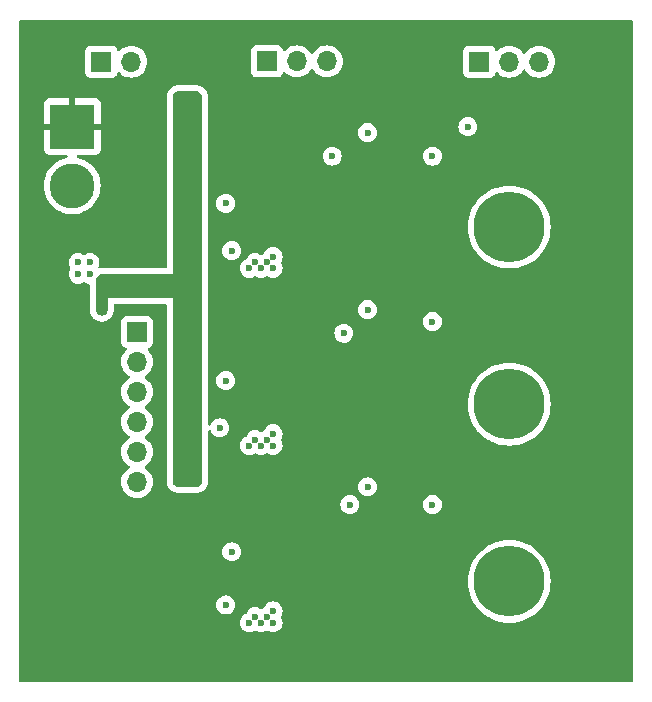
<source format=gbr>
%TF.GenerationSoftware,KiCad,Pcbnew,8.0.2*%
%TF.CreationDate,2024-06-01T20:14:58-04:00*%
%TF.ProjectId,small_compliant_drive,736d616c-6c5f-4636-9f6d-706c69616e74,rev?*%
%TF.SameCoordinates,Original*%
%TF.FileFunction,Copper,L3,Inr*%
%TF.FilePolarity,Positive*%
%FSLAX46Y46*%
G04 Gerber Fmt 4.6, Leading zero omitted, Abs format (unit mm)*
G04 Created by KiCad (PCBNEW 8.0.2) date 2024-06-01 20:14:58*
%MOMM*%
%LPD*%
G01*
G04 APERTURE LIST*
%TA.AperFunction,ComponentPad*%
%ADD10R,3.800000X3.800000*%
%TD*%
%TA.AperFunction,ComponentPad*%
%ADD11C,3.800000*%
%TD*%
%TA.AperFunction,ComponentPad*%
%ADD12C,6.000000*%
%TD*%
%TA.AperFunction,ComponentPad*%
%ADD13O,1.700000X1.700000*%
%TD*%
%TA.AperFunction,ComponentPad*%
%ADD14R,1.700000X1.700000*%
%TD*%
%TA.AperFunction,ViaPad*%
%ADD15C,0.600000*%
%TD*%
G04 APERTURE END LIST*
D10*
%TO.N,Vbat*%
%TO.C,J4-Vbat*%
X155000000Y-46500000D03*
D11*
%TO.N,Common*%
X155000000Y-51500000D03*
%TD*%
D12*
%TO.N,VsensC*%
%TO.C,H3*%
X192000000Y-85000000D03*
%TD*%
%TO.N,VsensB*%
%TO.C,H2*%
X192000000Y-70000000D03*
%TD*%
%TO.N,VsensA*%
%TO.C,H1*%
X192000000Y-55000000D03*
%TD*%
D13*
%TO.N,Ic*%
%TO.C,J1*%
X176555000Y-40975000D03*
%TO.N,Ib*%
X174015000Y-40975000D03*
D14*
%TO.N,Ia*%
X171475000Y-40975000D03*
%TD*%
D13*
%TO.N,PHASE_C_LOW*%
%TO.C,J2*%
X160500000Y-76580000D03*
%TO.N,PHASE_C_HIGH*%
X160500000Y-74040000D03*
%TO.N,PHASE_B_LOW*%
X160500000Y-71500000D03*
%TO.N,PHASE_B_HIGH*%
X160500000Y-68960000D03*
%TO.N,PHASE_A_LOW*%
X160500000Y-66420000D03*
D14*
%TO.N,PHASE_A_HIGH*%
X160500000Y-63880000D03*
%TD*%
%TO.N,VsensA*%
%TO.C,J3*%
X189460000Y-41000000D03*
D13*
%TO.N,VsensB*%
X192000000Y-41000000D03*
%TO.N,VsensC*%
X194540000Y-41000000D03*
%TD*%
D14*
%TO.N,Common*%
%TO.C,J5*%
X157460000Y-41000000D03*
D13*
X160000000Y-41000000D03*
%TD*%
D15*
%TO.N,3.3V*%
X165000000Y-75500000D03*
X158500000Y-60500000D03*
X158500000Y-59500000D03*
X165000000Y-45000000D03*
X165000000Y-61000000D03*
%TO.N,Vbat*%
X158000000Y-56000000D03*
X155500000Y-56000000D03*
X153500000Y-56000000D03*
%TO.N,Common*%
X156500000Y-59000000D03*
X155500000Y-59000000D03*
X155500000Y-58000000D03*
X156500000Y-58000000D03*
%TO.N,Vref*%
X185500000Y-63000000D03*
X185500000Y-78500000D03*
X185500000Y-49000000D03*
%TO.N,Common*%
X188500000Y-46500000D03*
%TO.N,Vbat*%
X153500000Y-60000000D03*
%TO.N,PHASE_C_LOW*%
X168000000Y-87000000D03*
%TO.N,PHASE_C_HIGH*%
X168500000Y-82500000D03*
%TO.N,PHASE_B_LOW*%
X167500000Y-72000000D03*
%TO.N,PHASE_B_HIGH*%
X168000000Y-68000000D03*
%TO.N,Common*%
X171000000Y-88500000D03*
X170000000Y-88500000D03*
X171500000Y-88000000D03*
X170500000Y-88000000D03*
X172000000Y-87500000D03*
X172000000Y-88500000D03*
%TO.N,Vbat*%
X170000000Y-81500000D03*
X171000000Y-81500000D03*
X171500000Y-82000000D03*
X170500000Y-82000000D03*
X172000000Y-81500000D03*
X172000000Y-82500000D03*
%TO.N,Common*%
X172000000Y-72500000D03*
X172000000Y-73500000D03*
X171000000Y-73500000D03*
X170000000Y-73500000D03*
X170500000Y-73000000D03*
X171500000Y-73000000D03*
%TO.N,Vbat*%
X172000000Y-67500000D03*
X170500000Y-67000000D03*
X171500000Y-67000000D03*
X172000000Y-66500000D03*
X171000000Y-66500000D03*
X170000000Y-66500000D03*
%TO.N,Common*%
X170500000Y-58000000D03*
X171500000Y-58000000D03*
%TO.N,Vbat*%
X172000000Y-52500000D03*
X171500000Y-52000000D03*
X170500000Y-52000000D03*
%TO.N,Common*%
X172000000Y-57500000D03*
X172000000Y-58500000D03*
X171000000Y-58500000D03*
X170000000Y-58500000D03*
%TO.N,PHASE_A_LOW*%
X168500000Y-57000000D03*
%TO.N,Vbat*%
X170000000Y-51500000D03*
%TO.N,PHASE_A_HIGH*%
X168000000Y-53000000D03*
%TO.N,Vbat*%
X172000000Y-51500000D03*
X171000000Y-51500000D03*
%TO.N,Common*%
X180000000Y-77000000D03*
X180000000Y-62000000D03*
X180000000Y-47000000D03*
%TO.N,Ic*%
X178500000Y-78500000D03*
%TO.N,Ia*%
X177000000Y-49000000D03*
%TO.N,Ib*%
X178000000Y-64000000D03*
%TD*%
%TA.AperFunction,Conductor*%
%TO.N,3.3V*%
G36*
X165503182Y-43500418D02*
G01*
X165623017Y-43516195D01*
X165635368Y-43519505D01*
X165744040Y-43564518D01*
X165755116Y-43570913D01*
X165848435Y-43642520D01*
X165857479Y-43651564D01*
X165929086Y-43744883D01*
X165935482Y-43755961D01*
X165980493Y-43864627D01*
X165983804Y-43876983D01*
X165999581Y-43996817D01*
X166000000Y-44003213D01*
X166000000Y-76496786D01*
X165999581Y-76503182D01*
X165983804Y-76623016D01*
X165980493Y-76635372D01*
X165935482Y-76744038D01*
X165929086Y-76755116D01*
X165857479Y-76848435D01*
X165848435Y-76857479D01*
X165755116Y-76929086D01*
X165744038Y-76935482D01*
X165635372Y-76980493D01*
X165623016Y-76983804D01*
X165503183Y-76999581D01*
X165496787Y-77000000D01*
X164003213Y-77000000D01*
X163996817Y-76999581D01*
X163876983Y-76983804D01*
X163864627Y-76980493D01*
X163755961Y-76935482D01*
X163744883Y-76929086D01*
X163651564Y-76857479D01*
X163642520Y-76848435D01*
X163570913Y-76755116D01*
X163564517Y-76744038D01*
X163519505Y-76635368D01*
X163516195Y-76623016D01*
X163500419Y-76503182D01*
X163500000Y-76496786D01*
X163500000Y-61500003D01*
X163500000Y-61500000D01*
X163500000Y-61000000D01*
X163000000Y-61000000D01*
X162999997Y-61000000D01*
X158500003Y-61000000D01*
X158500000Y-61000000D01*
X158000000Y-61000000D01*
X158000000Y-61500000D01*
X158000000Y-61500003D01*
X158000000Y-61996786D01*
X157999581Y-62003182D01*
X157983804Y-62123016D01*
X157980493Y-62135372D01*
X157935482Y-62244038D01*
X157929086Y-62255116D01*
X157857479Y-62348435D01*
X157848435Y-62357479D01*
X157755116Y-62429086D01*
X157744038Y-62435482D01*
X157635372Y-62480493D01*
X157623016Y-62483804D01*
X157506396Y-62499157D01*
X157493604Y-62499157D01*
X157376983Y-62483804D01*
X157364627Y-62480493D01*
X157255961Y-62435482D01*
X157244883Y-62429086D01*
X157151564Y-62357479D01*
X157142520Y-62348435D01*
X157070913Y-62255116D01*
X157064517Y-62244038D01*
X157019505Y-62135368D01*
X157016195Y-62123016D01*
X157000419Y-62003182D01*
X157000000Y-61996786D01*
X157000000Y-59503213D01*
X157000419Y-59496817D01*
X157016195Y-59376983D01*
X157019504Y-59364633D01*
X157064520Y-59255955D01*
X157070913Y-59244883D01*
X157142522Y-59151561D01*
X157151561Y-59142522D01*
X157244885Y-59070911D01*
X157255955Y-59064520D01*
X157364633Y-59019504D01*
X157376980Y-59016195D01*
X157496817Y-59000418D01*
X157503213Y-59000000D01*
X162999996Y-59000000D01*
X163000000Y-59000000D01*
X163500000Y-59000000D01*
X163500000Y-44003213D01*
X163500419Y-43996817D01*
X163516195Y-43876983D01*
X163519504Y-43864633D01*
X163564520Y-43755955D01*
X163570913Y-43744883D01*
X163642522Y-43651561D01*
X163651561Y-43642522D01*
X163744885Y-43570911D01*
X163755955Y-43564520D01*
X163864633Y-43519504D01*
X163876980Y-43516195D01*
X163996817Y-43500418D01*
X164003213Y-43500000D01*
X165496787Y-43500000D01*
X165503182Y-43500418D01*
G37*
%TD.AperFunction*%
%TD*%
%TA.AperFunction,Conductor*%
%TO.N,Vbat*%
G36*
X202443039Y-37519685D02*
G01*
X202488794Y-37572489D01*
X202500000Y-37624000D01*
X202500000Y-93376000D01*
X202480315Y-93443039D01*
X202427511Y-93488794D01*
X202376000Y-93500000D01*
X150624000Y-93500000D01*
X150556961Y-93480315D01*
X150511206Y-93427511D01*
X150500000Y-93376000D01*
X150500000Y-88499996D01*
X169194435Y-88499996D01*
X169194435Y-88500003D01*
X169214630Y-88679249D01*
X169214631Y-88679254D01*
X169274211Y-88849523D01*
X169370184Y-89002262D01*
X169497738Y-89129816D01*
X169650478Y-89225789D01*
X169820745Y-89285368D01*
X169820750Y-89285369D01*
X169999996Y-89305565D01*
X170000000Y-89305565D01*
X170000004Y-89305565D01*
X170179249Y-89285369D01*
X170179252Y-89285368D01*
X170179255Y-89285368D01*
X170349522Y-89225789D01*
X170434027Y-89172691D01*
X170501264Y-89153690D01*
X170565973Y-89172691D01*
X170650475Y-89225788D01*
X170820745Y-89285368D01*
X170820750Y-89285369D01*
X170999996Y-89305565D01*
X171000000Y-89305565D01*
X171000004Y-89305565D01*
X171179249Y-89285369D01*
X171179252Y-89285368D01*
X171179255Y-89285368D01*
X171349522Y-89225789D01*
X171434027Y-89172691D01*
X171501264Y-89153690D01*
X171565973Y-89172691D01*
X171650475Y-89225788D01*
X171820745Y-89285368D01*
X171820750Y-89285369D01*
X171999996Y-89305565D01*
X172000000Y-89305565D01*
X172000004Y-89305565D01*
X172179249Y-89285369D01*
X172179252Y-89285368D01*
X172179255Y-89285368D01*
X172349522Y-89225789D01*
X172502262Y-89129816D01*
X172629816Y-89002262D01*
X172725789Y-88849522D01*
X172785368Y-88679255D01*
X172785369Y-88679249D01*
X172805565Y-88500003D01*
X172805565Y-88499996D01*
X172785369Y-88320750D01*
X172785368Y-88320745D01*
X172725788Y-88150475D01*
X172672691Y-88065973D01*
X172653690Y-87998736D01*
X172672691Y-87934027D01*
X172725788Y-87849524D01*
X172730572Y-87835852D01*
X172785368Y-87679255D01*
X172785369Y-87679249D01*
X172805565Y-87500003D01*
X172805565Y-87499996D01*
X172785369Y-87320750D01*
X172785368Y-87320745D01*
X172769084Y-87274209D01*
X172725789Y-87150478D01*
X172629816Y-86997738D01*
X172502262Y-86870184D01*
X172349523Y-86774211D01*
X172179254Y-86714631D01*
X172179249Y-86714630D01*
X172000004Y-86694435D01*
X171999996Y-86694435D01*
X171820750Y-86714630D01*
X171820745Y-86714631D01*
X171650476Y-86774211D01*
X171497737Y-86870184D01*
X171370184Y-86997737D01*
X171274212Y-87150475D01*
X171274211Y-87150477D01*
X171261858Y-87185777D01*
X171221134Y-87242551D01*
X171185777Y-87261858D01*
X171150477Y-87274211D01*
X171150470Y-87274214D01*
X171065970Y-87327309D01*
X170998733Y-87346309D01*
X170934027Y-87327309D01*
X170849522Y-87274211D01*
X170849520Y-87274210D01*
X170849518Y-87274209D01*
X170679262Y-87214633D01*
X170679249Y-87214630D01*
X170500004Y-87194435D01*
X170499996Y-87194435D01*
X170320750Y-87214630D01*
X170320745Y-87214631D01*
X170150476Y-87274211D01*
X169997737Y-87370184D01*
X169870184Y-87497737D01*
X169774212Y-87650475D01*
X169774211Y-87650477D01*
X169761858Y-87685777D01*
X169721134Y-87742551D01*
X169685777Y-87761858D01*
X169650477Y-87774211D01*
X169650475Y-87774212D01*
X169497737Y-87870184D01*
X169370184Y-87997737D01*
X169274211Y-88150476D01*
X169214631Y-88320745D01*
X169214630Y-88320750D01*
X169194435Y-88499996D01*
X150500000Y-88499996D01*
X150500000Y-86999996D01*
X167194435Y-86999996D01*
X167194435Y-87000003D01*
X167214630Y-87179249D01*
X167214631Y-87179254D01*
X167274211Y-87349523D01*
X167367341Y-87497737D01*
X167370184Y-87502262D01*
X167497738Y-87629816D01*
X167650478Y-87725789D01*
X167788860Y-87774211D01*
X167820745Y-87785368D01*
X167820750Y-87785369D01*
X167999996Y-87805565D01*
X168000000Y-87805565D01*
X168000004Y-87805565D01*
X168179249Y-87785369D01*
X168179252Y-87785368D01*
X168179255Y-87785368D01*
X168349522Y-87725789D01*
X168502262Y-87629816D01*
X168629816Y-87502262D01*
X168725789Y-87349522D01*
X168785368Y-87179255D01*
X168785369Y-87179249D01*
X168805565Y-87000003D01*
X168805565Y-86999996D01*
X168785369Y-86820750D01*
X168785368Y-86820745D01*
X168725788Y-86650476D01*
X168629815Y-86497737D01*
X168502262Y-86370184D01*
X168349523Y-86274211D01*
X168179254Y-86214631D01*
X168179249Y-86214630D01*
X168000004Y-86194435D01*
X167999996Y-86194435D01*
X167820750Y-86214630D01*
X167820745Y-86214631D01*
X167650476Y-86274211D01*
X167497737Y-86370184D01*
X167370184Y-86497737D01*
X167274211Y-86650476D01*
X167214631Y-86820745D01*
X167214630Y-86820750D01*
X167194435Y-86999996D01*
X150500000Y-86999996D01*
X150500000Y-84999999D01*
X188494696Y-84999999D01*
X188494696Y-85000000D01*
X188513898Y-85366405D01*
X188571294Y-85728788D01*
X188571294Y-85728790D01*
X188666260Y-86083206D01*
X188797746Y-86425739D01*
X188964320Y-86752656D01*
X189164147Y-87060364D01*
X189289070Y-87214631D01*
X189395051Y-87345506D01*
X189654494Y-87604949D01*
X189710718Y-87650478D01*
X189939635Y-87835852D01*
X190188919Y-87997738D01*
X190247348Y-88035682D01*
X190574264Y-88202255D01*
X190871439Y-88316329D01*
X190882955Y-88320750D01*
X190916801Y-88333742D01*
X191271206Y-88428705D01*
X191633596Y-88486102D01*
X191979734Y-88504241D01*
X191999999Y-88505304D01*
X192000000Y-88505304D01*
X192000001Y-88505304D01*
X192019203Y-88504297D01*
X192366404Y-88486102D01*
X192728794Y-88428705D01*
X193083199Y-88333742D01*
X193425736Y-88202255D01*
X193752652Y-88035682D01*
X194060366Y-87835851D01*
X194345506Y-87604949D01*
X194604949Y-87345506D01*
X194835851Y-87060366D01*
X195035682Y-86752652D01*
X195202255Y-86425736D01*
X195333742Y-86083199D01*
X195428705Y-85728794D01*
X195486102Y-85366404D01*
X195505304Y-85000000D01*
X195486102Y-84633596D01*
X195428705Y-84271206D01*
X195333742Y-83916801D01*
X195202255Y-83574264D01*
X195035682Y-83247348D01*
X195035679Y-83247343D01*
X194835852Y-82939635D01*
X194604952Y-82654498D01*
X194604949Y-82654494D01*
X194345506Y-82395051D01*
X194060366Y-82164149D01*
X194060364Y-82164147D01*
X193752656Y-81964320D01*
X193425739Y-81797746D01*
X193083206Y-81666260D01*
X193083199Y-81666258D01*
X192728794Y-81571295D01*
X192728790Y-81571294D01*
X192728789Y-81571294D01*
X192366405Y-81513898D01*
X192000001Y-81494696D01*
X191999999Y-81494696D01*
X191633594Y-81513898D01*
X191271211Y-81571294D01*
X191271209Y-81571294D01*
X190916793Y-81666260D01*
X190574260Y-81797746D01*
X190247343Y-81964320D01*
X189939635Y-82164147D01*
X189654498Y-82395047D01*
X189654490Y-82395054D01*
X189395054Y-82654490D01*
X189395047Y-82654498D01*
X189164147Y-82939635D01*
X188964320Y-83247343D01*
X188797746Y-83574260D01*
X188666260Y-83916793D01*
X188571294Y-84271209D01*
X188571294Y-84271211D01*
X188513898Y-84633594D01*
X188494696Y-84999999D01*
X150500000Y-84999999D01*
X150500000Y-82499996D01*
X167694435Y-82499996D01*
X167694435Y-82500003D01*
X167714630Y-82679249D01*
X167714631Y-82679254D01*
X167774211Y-82849523D01*
X167830832Y-82939634D01*
X167870184Y-83002262D01*
X167997738Y-83129816D01*
X168150478Y-83225789D01*
X168320745Y-83285368D01*
X168320750Y-83285369D01*
X168499996Y-83305565D01*
X168500000Y-83305565D01*
X168500004Y-83305565D01*
X168679249Y-83285369D01*
X168679252Y-83285368D01*
X168679255Y-83285368D01*
X168849522Y-83225789D01*
X169002262Y-83129816D01*
X169129816Y-83002262D01*
X169225789Y-82849522D01*
X169285368Y-82679255D01*
X169285369Y-82679249D01*
X169305565Y-82500003D01*
X169305565Y-82499996D01*
X169285369Y-82320750D01*
X169285368Y-82320745D01*
X169225789Y-82150478D01*
X169129816Y-81997738D01*
X169002262Y-81870184D01*
X168886978Y-81797746D01*
X168849523Y-81774211D01*
X168679254Y-81714631D01*
X168679249Y-81714630D01*
X168500004Y-81694435D01*
X168499996Y-81694435D01*
X168320750Y-81714630D01*
X168320745Y-81714631D01*
X168150476Y-81774211D01*
X167997737Y-81870184D01*
X167870184Y-81997737D01*
X167774211Y-82150476D01*
X167714631Y-82320745D01*
X167714630Y-82320750D01*
X167694435Y-82499996D01*
X150500000Y-82499996D01*
X150500000Y-78499996D01*
X177694435Y-78499996D01*
X177694435Y-78500003D01*
X177714630Y-78679249D01*
X177714631Y-78679254D01*
X177774211Y-78849523D01*
X177870184Y-79002262D01*
X177997738Y-79129816D01*
X178150478Y-79225789D01*
X178320745Y-79285368D01*
X178320750Y-79285369D01*
X178499996Y-79305565D01*
X178500000Y-79305565D01*
X178500004Y-79305565D01*
X178679249Y-79285369D01*
X178679252Y-79285368D01*
X178679255Y-79285368D01*
X178849522Y-79225789D01*
X179002262Y-79129816D01*
X179129816Y-79002262D01*
X179225789Y-78849522D01*
X179285368Y-78679255D01*
X179305565Y-78500000D01*
X179305565Y-78499996D01*
X184694435Y-78499996D01*
X184694435Y-78500003D01*
X184714630Y-78679249D01*
X184714631Y-78679254D01*
X184774211Y-78849523D01*
X184870184Y-79002262D01*
X184997738Y-79129816D01*
X185150478Y-79225789D01*
X185320745Y-79285368D01*
X185320750Y-79285369D01*
X185499996Y-79305565D01*
X185500000Y-79305565D01*
X185500004Y-79305565D01*
X185679249Y-79285369D01*
X185679252Y-79285368D01*
X185679255Y-79285368D01*
X185849522Y-79225789D01*
X186002262Y-79129816D01*
X186129816Y-79002262D01*
X186225789Y-78849522D01*
X186285368Y-78679255D01*
X186305565Y-78500000D01*
X186285368Y-78320745D01*
X186225789Y-78150478D01*
X186129816Y-77997738D01*
X186002262Y-77870184D01*
X185899422Y-77805565D01*
X185849523Y-77774211D01*
X185679254Y-77714631D01*
X185679249Y-77714630D01*
X185500004Y-77694435D01*
X185499996Y-77694435D01*
X185320750Y-77714630D01*
X185320745Y-77714631D01*
X185150476Y-77774211D01*
X184997737Y-77870184D01*
X184870184Y-77997737D01*
X184774211Y-78150476D01*
X184714631Y-78320745D01*
X184714630Y-78320750D01*
X184694435Y-78499996D01*
X179305565Y-78499996D01*
X179285368Y-78320745D01*
X179225789Y-78150478D01*
X179129816Y-77997738D01*
X179002262Y-77870184D01*
X178899422Y-77805565D01*
X178849523Y-77774211D01*
X178679254Y-77714631D01*
X178679249Y-77714630D01*
X178500004Y-77694435D01*
X178499996Y-77694435D01*
X178320750Y-77714630D01*
X178320745Y-77714631D01*
X178150476Y-77774211D01*
X177997737Y-77870184D01*
X177870184Y-77997737D01*
X177774211Y-78150476D01*
X177714631Y-78320745D01*
X177714630Y-78320750D01*
X177694435Y-78499996D01*
X150500000Y-78499996D01*
X150500000Y-66419999D01*
X159144341Y-66419999D01*
X159144341Y-66420000D01*
X159164936Y-66655403D01*
X159164938Y-66655413D01*
X159226094Y-66883655D01*
X159226096Y-66883659D01*
X159226097Y-66883663D01*
X159263707Y-66964318D01*
X159325965Y-67097830D01*
X159325967Y-67097834D01*
X159407749Y-67214630D01*
X159449468Y-67274211D01*
X159461501Y-67291395D01*
X159461506Y-67291402D01*
X159628597Y-67458493D01*
X159628603Y-67458498D01*
X159814158Y-67588425D01*
X159857783Y-67643002D01*
X159864977Y-67712500D01*
X159833454Y-67774855D01*
X159814158Y-67791575D01*
X159628597Y-67921505D01*
X159461505Y-68088597D01*
X159325965Y-68282169D01*
X159325964Y-68282171D01*
X159226098Y-68496335D01*
X159226094Y-68496344D01*
X159164938Y-68724586D01*
X159164936Y-68724596D01*
X159144341Y-68959999D01*
X159144341Y-68960000D01*
X159164936Y-69195403D01*
X159164938Y-69195413D01*
X159226094Y-69423655D01*
X159226096Y-69423659D01*
X159226097Y-69423663D01*
X159323990Y-69633594D01*
X159325965Y-69637830D01*
X159325967Y-69637834D01*
X159461501Y-69831395D01*
X159461506Y-69831402D01*
X159628597Y-69998493D01*
X159628603Y-69998498D01*
X159814158Y-70128425D01*
X159857783Y-70183002D01*
X159864977Y-70252500D01*
X159833454Y-70314855D01*
X159814158Y-70331575D01*
X159628597Y-70461505D01*
X159461505Y-70628597D01*
X159325965Y-70822169D01*
X159325964Y-70822171D01*
X159226098Y-71036335D01*
X159226094Y-71036344D01*
X159164938Y-71264586D01*
X159164936Y-71264596D01*
X159144341Y-71499999D01*
X159144341Y-71500000D01*
X159164936Y-71735403D01*
X159164938Y-71735413D01*
X159226094Y-71963655D01*
X159226096Y-71963659D01*
X159226097Y-71963663D01*
X159313209Y-72150475D01*
X159325965Y-72177830D01*
X159325967Y-72177834D01*
X159393454Y-72274214D01*
X159446184Y-72349521D01*
X159461501Y-72371395D01*
X159461506Y-72371402D01*
X159628597Y-72538493D01*
X159628603Y-72538498D01*
X159814158Y-72668425D01*
X159857783Y-72723002D01*
X159864977Y-72792500D01*
X159833454Y-72854855D01*
X159814158Y-72871575D01*
X159628597Y-73001505D01*
X159461505Y-73168597D01*
X159325965Y-73362169D01*
X159325964Y-73362171D01*
X159226098Y-73576335D01*
X159226094Y-73576344D01*
X159164938Y-73804586D01*
X159164936Y-73804596D01*
X159144341Y-74039999D01*
X159144341Y-74040000D01*
X159164936Y-74275403D01*
X159164938Y-74275413D01*
X159226094Y-74503655D01*
X159226096Y-74503659D01*
X159226097Y-74503663D01*
X159325965Y-74717830D01*
X159325967Y-74717834D01*
X159461501Y-74911395D01*
X159461506Y-74911402D01*
X159628597Y-75078493D01*
X159628603Y-75078498D01*
X159814158Y-75208425D01*
X159857783Y-75263002D01*
X159864977Y-75332500D01*
X159833454Y-75394855D01*
X159814158Y-75411575D01*
X159628597Y-75541505D01*
X159461505Y-75708597D01*
X159325965Y-75902169D01*
X159325964Y-75902171D01*
X159226098Y-76116335D01*
X159226094Y-76116344D01*
X159164938Y-76344586D01*
X159164936Y-76344596D01*
X159144341Y-76579999D01*
X159144341Y-76580000D01*
X159164936Y-76815403D01*
X159164938Y-76815413D01*
X159226094Y-77043655D01*
X159226096Y-77043659D01*
X159226097Y-77043663D01*
X159278558Y-77156166D01*
X159325965Y-77257830D01*
X159325967Y-77257834D01*
X159402310Y-77366862D01*
X159461505Y-77451401D01*
X159628599Y-77618495D01*
X159725384Y-77686265D01*
X159822165Y-77754032D01*
X159822167Y-77754033D01*
X159822170Y-77754035D01*
X160036337Y-77853903D01*
X160264592Y-77915063D01*
X160452918Y-77931539D01*
X160499999Y-77935659D01*
X160500000Y-77935659D01*
X160500001Y-77935659D01*
X160539234Y-77932226D01*
X160735408Y-77915063D01*
X160963663Y-77853903D01*
X161177830Y-77754035D01*
X161371401Y-77618495D01*
X161538495Y-77451401D01*
X161674035Y-77257830D01*
X161773903Y-77043663D01*
X161835063Y-76815408D01*
X161855659Y-76580000D01*
X161835063Y-76344592D01*
X161773903Y-76116337D01*
X161674035Y-75902171D01*
X161538495Y-75708599D01*
X161538494Y-75708597D01*
X161371402Y-75541506D01*
X161371396Y-75541501D01*
X161185842Y-75411575D01*
X161142217Y-75356998D01*
X161135023Y-75287500D01*
X161166546Y-75225145D01*
X161185842Y-75208425D01*
X161208026Y-75192891D01*
X161371401Y-75078495D01*
X161538495Y-74911401D01*
X161674035Y-74717830D01*
X161773903Y-74503663D01*
X161835063Y-74275408D01*
X161855659Y-74040000D01*
X161835063Y-73804592D01*
X161773903Y-73576337D01*
X161674035Y-73362171D01*
X161645029Y-73320745D01*
X161538494Y-73168597D01*
X161371402Y-73001506D01*
X161371396Y-73001501D01*
X161185842Y-72871575D01*
X161142217Y-72816998D01*
X161135023Y-72747500D01*
X161166546Y-72685145D01*
X161185842Y-72668425D01*
X161240983Y-72629815D01*
X161371401Y-72538495D01*
X161538495Y-72371401D01*
X161674035Y-72177830D01*
X161773903Y-71963663D01*
X161835063Y-71735408D01*
X161855659Y-71500000D01*
X161835063Y-71264592D01*
X161786461Y-71083206D01*
X161773905Y-71036344D01*
X161773904Y-71036343D01*
X161773903Y-71036337D01*
X161674035Y-70822171D01*
X161608650Y-70728790D01*
X161538494Y-70628597D01*
X161371402Y-70461506D01*
X161371396Y-70461501D01*
X161185842Y-70331575D01*
X161142217Y-70276998D01*
X161135023Y-70207500D01*
X161166546Y-70145145D01*
X161185842Y-70128425D01*
X161208026Y-70112891D01*
X161371401Y-69998495D01*
X161538495Y-69831401D01*
X161674035Y-69637830D01*
X161773903Y-69423663D01*
X161835063Y-69195408D01*
X161855659Y-68960000D01*
X161835063Y-68724592D01*
X161773903Y-68496337D01*
X161674035Y-68282171D01*
X161649649Y-68247343D01*
X161538494Y-68088597D01*
X161371402Y-67921506D01*
X161371396Y-67921501D01*
X161185842Y-67791575D01*
X161142217Y-67736998D01*
X161135023Y-67667500D01*
X161166546Y-67605145D01*
X161185842Y-67588425D01*
X161315356Y-67497738D01*
X161371401Y-67458495D01*
X161538495Y-67291401D01*
X161674035Y-67097830D01*
X161773903Y-66883663D01*
X161835063Y-66655408D01*
X161855659Y-66420000D01*
X161835063Y-66184592D01*
X161773903Y-65956337D01*
X161674035Y-65742171D01*
X161538495Y-65548599D01*
X161416567Y-65426671D01*
X161383084Y-65365351D01*
X161388068Y-65295659D01*
X161429939Y-65239725D01*
X161460915Y-65222810D01*
X161592331Y-65173796D01*
X161707546Y-65087546D01*
X161793796Y-64972331D01*
X161844091Y-64837483D01*
X161850500Y-64777873D01*
X161850499Y-62982128D01*
X161844091Y-62922517D01*
X161836626Y-62902503D01*
X161793797Y-62787671D01*
X161793793Y-62787664D01*
X161707547Y-62672455D01*
X161707544Y-62672452D01*
X161592335Y-62586206D01*
X161592328Y-62586202D01*
X161457482Y-62535908D01*
X161457483Y-62535908D01*
X161397883Y-62529501D01*
X161397881Y-62529500D01*
X161397873Y-62529500D01*
X161397864Y-62529500D01*
X159602129Y-62529500D01*
X159602123Y-62529501D01*
X159542516Y-62535908D01*
X159407671Y-62586202D01*
X159407664Y-62586206D01*
X159292455Y-62672452D01*
X159292452Y-62672455D01*
X159206206Y-62787664D01*
X159206202Y-62787671D01*
X159155908Y-62922517D01*
X159150580Y-62972078D01*
X159149501Y-62982123D01*
X159149500Y-62982135D01*
X159149500Y-64777870D01*
X159149501Y-64777876D01*
X159155908Y-64837483D01*
X159206202Y-64972328D01*
X159206206Y-64972335D01*
X159292452Y-65087544D01*
X159292455Y-65087547D01*
X159407664Y-65173793D01*
X159407671Y-65173797D01*
X159539081Y-65222810D01*
X159595015Y-65264681D01*
X159619432Y-65330145D01*
X159604580Y-65398418D01*
X159583430Y-65426673D01*
X159461503Y-65548600D01*
X159325965Y-65742169D01*
X159325964Y-65742171D01*
X159226098Y-65956335D01*
X159226094Y-65956344D01*
X159164938Y-66184586D01*
X159164936Y-66184596D01*
X159144341Y-66419999D01*
X150500000Y-66419999D01*
X150500000Y-57999996D01*
X154694435Y-57999996D01*
X154694435Y-58000003D01*
X154714630Y-58179249D01*
X154714633Y-58179262D01*
X154774209Y-58349520D01*
X154827309Y-58434029D01*
X154846309Y-58501266D01*
X154827309Y-58565971D01*
X154774209Y-58650479D01*
X154714633Y-58820737D01*
X154714630Y-58820750D01*
X154694435Y-58999996D01*
X154694435Y-59000003D01*
X154714630Y-59179249D01*
X154714631Y-59179254D01*
X154774211Y-59349523D01*
X154870184Y-59502262D01*
X154997738Y-59629816D01*
X155150478Y-59725789D01*
X155320742Y-59785367D01*
X155320745Y-59785368D01*
X155320750Y-59785369D01*
X155499996Y-59805565D01*
X155500000Y-59805565D01*
X155500004Y-59805565D01*
X155679249Y-59785369D01*
X155679252Y-59785368D01*
X155679255Y-59785368D01*
X155849522Y-59725789D01*
X155934027Y-59672691D01*
X156001264Y-59653690D01*
X156065973Y-59672691D01*
X156150475Y-59725788D01*
X156150478Y-59725789D01*
X156320745Y-59785368D01*
X156384385Y-59792538D01*
X156448796Y-59819603D01*
X156488352Y-59877198D01*
X156494500Y-59915758D01*
X156494500Y-61996786D01*
X156495581Y-62029830D01*
X156495582Y-62029840D01*
X156496000Y-62036234D01*
X156499242Y-62069160D01*
X156515018Y-62188990D01*
X156515021Y-62189007D01*
X156527918Y-62253843D01*
X156527923Y-62253864D01*
X156531231Y-62266208D01*
X156531232Y-62266212D01*
X156552485Y-62328820D01*
X156597493Y-62437479D01*
X156626729Y-62496764D01*
X156626747Y-62496799D01*
X156633132Y-62507858D01*
X156633153Y-62507892D01*
X156669864Y-62562831D01*
X156669890Y-62562868D01*
X156741475Y-62656158D01*
X156785082Y-62705882D01*
X156794116Y-62714916D01*
X156843840Y-62758523D01*
X156937130Y-62830108D01*
X156937143Y-62830117D01*
X156937152Y-62830124D01*
X156937167Y-62830134D01*
X156992106Y-62866845D01*
X156992122Y-62866855D01*
X156992130Y-62866860D01*
X157003208Y-62873256D01*
X157062514Y-62902503D01*
X157171180Y-62947514D01*
X157171186Y-62947516D01*
X157171191Y-62947518D01*
X157206094Y-62959365D01*
X157233786Y-62968766D01*
X157246142Y-62972077D01*
X157311004Y-62984980D01*
X157427625Y-63000333D01*
X157493604Y-63004657D01*
X157493613Y-63004657D01*
X157506386Y-63004657D01*
X157506396Y-63004657D01*
X157572376Y-63000333D01*
X157688996Y-62984980D01*
X157753857Y-62972077D01*
X157766213Y-62968766D01*
X157828819Y-62947514D01*
X157937485Y-62902503D01*
X157996791Y-62873256D01*
X158007869Y-62866860D01*
X158007885Y-62866848D01*
X158007892Y-62866845D01*
X158026997Y-62854078D01*
X158062847Y-62830124D01*
X158156166Y-62758517D01*
X158205877Y-62714921D01*
X158214921Y-62705877D01*
X158258517Y-62656166D01*
X158330124Y-62562847D01*
X158366860Y-62507869D01*
X158373256Y-62496791D01*
X158402503Y-62437485D01*
X158447514Y-62328819D01*
X158468766Y-62266213D01*
X158472077Y-62253857D01*
X158484979Y-62188999D01*
X158500756Y-62069165D01*
X158504000Y-62036226D01*
X158504419Y-62029830D01*
X158505500Y-61996786D01*
X158505500Y-61629500D01*
X158525185Y-61562461D01*
X158577989Y-61516706D01*
X158629500Y-61505500D01*
X162870500Y-61505500D01*
X162937539Y-61525185D01*
X162983294Y-61577989D01*
X162994500Y-61629500D01*
X162994500Y-76496786D01*
X162995581Y-76529830D01*
X162995582Y-76529840D01*
X162996000Y-76536234D01*
X162999242Y-76569160D01*
X163015018Y-76688990D01*
X163015021Y-76689007D01*
X163027918Y-76753843D01*
X163027923Y-76753864D01*
X163031231Y-76766208D01*
X163031232Y-76766212D01*
X163052485Y-76828820D01*
X163097493Y-76937479D01*
X163126729Y-76996764D01*
X163126747Y-76996799D01*
X163133132Y-77007858D01*
X163133153Y-77007892D01*
X163169864Y-77062831D01*
X163169890Y-77062868D01*
X163241475Y-77156158D01*
X163285082Y-77205882D01*
X163294116Y-77214916D01*
X163343840Y-77258523D01*
X163437130Y-77330108D01*
X163437143Y-77330117D01*
X163437152Y-77330124D01*
X163437167Y-77330134D01*
X163492106Y-77366845D01*
X163492122Y-77366855D01*
X163492130Y-77366860D01*
X163503208Y-77373256D01*
X163562514Y-77402503D01*
X163671180Y-77447514D01*
X163671186Y-77447516D01*
X163671191Y-77447518D01*
X163706094Y-77459365D01*
X163733786Y-77468766D01*
X163733800Y-77468769D01*
X163733804Y-77468771D01*
X163746123Y-77472072D01*
X163746142Y-77472077D01*
X163811000Y-77484979D01*
X163930834Y-77500756D01*
X163963773Y-77504000D01*
X163970169Y-77504419D01*
X164003213Y-77505500D01*
X164003224Y-77505500D01*
X165496776Y-77505500D01*
X165496787Y-77505500D01*
X165529831Y-77504419D01*
X165536227Y-77504000D01*
X165569167Y-77500756D01*
X165689000Y-77484979D01*
X165753857Y-77472077D01*
X165766213Y-77468766D01*
X165828819Y-77447514D01*
X165937485Y-77402503D01*
X165996791Y-77373256D01*
X166007869Y-77366860D01*
X166007885Y-77366848D01*
X166007892Y-77366845D01*
X166033815Y-77349523D01*
X166062847Y-77330124D01*
X166156166Y-77258517D01*
X166205877Y-77214921D01*
X166214921Y-77205877D01*
X166258517Y-77156166D01*
X166330124Y-77062847D01*
X166366860Y-77007869D01*
X166371406Y-76999996D01*
X179194435Y-76999996D01*
X179194435Y-77000003D01*
X179214630Y-77179249D01*
X179214631Y-77179254D01*
X179274211Y-77349523D01*
X179349133Y-77468759D01*
X179370184Y-77502262D01*
X179497738Y-77629816D01*
X179588080Y-77686582D01*
X179632721Y-77714632D01*
X179650478Y-77725789D01*
X179788860Y-77774211D01*
X179820745Y-77785368D01*
X179820750Y-77785369D01*
X179999996Y-77805565D01*
X180000000Y-77805565D01*
X180000004Y-77805565D01*
X180179249Y-77785369D01*
X180179252Y-77785368D01*
X180179255Y-77785368D01*
X180349522Y-77725789D01*
X180502262Y-77629816D01*
X180629816Y-77502262D01*
X180725789Y-77349522D01*
X180785368Y-77179255D01*
X180785369Y-77179249D01*
X180805565Y-77000003D01*
X180805565Y-76999996D01*
X180785369Y-76820750D01*
X180785367Y-76820742D01*
X180739268Y-76688999D01*
X180725789Y-76650478D01*
X180629816Y-76497738D01*
X180502262Y-76370184D01*
X180461523Y-76344586D01*
X180349523Y-76274211D01*
X180179254Y-76214631D01*
X180179249Y-76214630D01*
X180000004Y-76194435D01*
X179999996Y-76194435D01*
X179820750Y-76214630D01*
X179820745Y-76214631D01*
X179650476Y-76274211D01*
X179497737Y-76370184D01*
X179370184Y-76497737D01*
X179274211Y-76650476D01*
X179214633Y-76820742D01*
X179214630Y-76820750D01*
X179194435Y-76999996D01*
X166371406Y-76999996D01*
X166373256Y-76996791D01*
X166402503Y-76937485D01*
X166447514Y-76828819D01*
X166468766Y-76766213D01*
X166472077Y-76753857D01*
X166484979Y-76688999D01*
X166500756Y-76569165D01*
X166504000Y-76536226D01*
X166504419Y-76529830D01*
X166505500Y-76496786D01*
X166505500Y-73499996D01*
X169194435Y-73499996D01*
X169194435Y-73500003D01*
X169214630Y-73679249D01*
X169214631Y-73679254D01*
X169274211Y-73849523D01*
X169370184Y-74002262D01*
X169497738Y-74129816D01*
X169650478Y-74225789D01*
X169792267Y-74275403D01*
X169820745Y-74285368D01*
X169820750Y-74285369D01*
X169999996Y-74305565D01*
X170000000Y-74305565D01*
X170000004Y-74305565D01*
X170179249Y-74285369D01*
X170179252Y-74285368D01*
X170179255Y-74285368D01*
X170349522Y-74225789D01*
X170434027Y-74172691D01*
X170501264Y-74153690D01*
X170565973Y-74172691D01*
X170650475Y-74225788D01*
X170820745Y-74285368D01*
X170820750Y-74285369D01*
X170999996Y-74305565D01*
X171000000Y-74305565D01*
X171000004Y-74305565D01*
X171179249Y-74285369D01*
X171179252Y-74285368D01*
X171179255Y-74285368D01*
X171349522Y-74225789D01*
X171434027Y-74172691D01*
X171501264Y-74153690D01*
X171565973Y-74172691D01*
X171650475Y-74225788D01*
X171820745Y-74285368D01*
X171820750Y-74285369D01*
X171999996Y-74305565D01*
X172000000Y-74305565D01*
X172000004Y-74305565D01*
X172179249Y-74285369D01*
X172179252Y-74285368D01*
X172179255Y-74285368D01*
X172349522Y-74225789D01*
X172502262Y-74129816D01*
X172629816Y-74002262D01*
X172725789Y-73849522D01*
X172785368Y-73679255D01*
X172785369Y-73679249D01*
X172805565Y-73500003D01*
X172805565Y-73499996D01*
X172785369Y-73320750D01*
X172785368Y-73320745D01*
X172725788Y-73150475D01*
X172672691Y-73065973D01*
X172653690Y-72998736D01*
X172672691Y-72934027D01*
X172725788Y-72849524D01*
X172730572Y-72835852D01*
X172785368Y-72679255D01*
X172785956Y-72674035D01*
X172805565Y-72500003D01*
X172805565Y-72499996D01*
X172785369Y-72320750D01*
X172785368Y-72320745D01*
X172767769Y-72270449D01*
X172725789Y-72150478D01*
X172629816Y-71997738D01*
X172502262Y-71870184D01*
X172349523Y-71774211D01*
X172179254Y-71714631D01*
X172179249Y-71714630D01*
X172000004Y-71694435D01*
X171999996Y-71694435D01*
X171820750Y-71714630D01*
X171820745Y-71714631D01*
X171650476Y-71774211D01*
X171497737Y-71870184D01*
X171370184Y-71997737D01*
X171274212Y-72150475D01*
X171274211Y-72150477D01*
X171261858Y-72185777D01*
X171221134Y-72242551D01*
X171185777Y-72261858D01*
X171150477Y-72274211D01*
X171150470Y-72274214D01*
X171065970Y-72327309D01*
X170998733Y-72346309D01*
X170934027Y-72327309D01*
X170849522Y-72274211D01*
X170849520Y-72274210D01*
X170849518Y-72274209D01*
X170679262Y-72214633D01*
X170679249Y-72214630D01*
X170500004Y-72194435D01*
X170499996Y-72194435D01*
X170320750Y-72214630D01*
X170320745Y-72214631D01*
X170150476Y-72274211D01*
X169997737Y-72370184D01*
X169870184Y-72497737D01*
X169774212Y-72650475D01*
X169774211Y-72650477D01*
X169761858Y-72685777D01*
X169721134Y-72742551D01*
X169685777Y-72761858D01*
X169650477Y-72774211D01*
X169650475Y-72774212D01*
X169497737Y-72870184D01*
X169370184Y-72997737D01*
X169274211Y-73150476D01*
X169214631Y-73320745D01*
X169214630Y-73320750D01*
X169194435Y-73499996D01*
X166505500Y-73499996D01*
X166505500Y-72311403D01*
X166525185Y-72244364D01*
X166577989Y-72198609D01*
X166647147Y-72188665D01*
X166710703Y-72217690D01*
X166746542Y-72270449D01*
X166774210Y-72349521D01*
X166787959Y-72371402D01*
X166870184Y-72502262D01*
X166997738Y-72629816D01*
X167059184Y-72668425D01*
X167146042Y-72723002D01*
X167150478Y-72725789D01*
X167276826Y-72770000D01*
X167320745Y-72785368D01*
X167320750Y-72785369D01*
X167499996Y-72805565D01*
X167500000Y-72805565D01*
X167500004Y-72805565D01*
X167679249Y-72785369D01*
X167679252Y-72785368D01*
X167679255Y-72785368D01*
X167849522Y-72725789D01*
X168002262Y-72629816D01*
X168129816Y-72502262D01*
X168225789Y-72349522D01*
X168285368Y-72179255D01*
X168285529Y-72177830D01*
X168305565Y-72000003D01*
X168305565Y-71999996D01*
X168285369Y-71820750D01*
X168285368Y-71820745D01*
X168255507Y-71735408D01*
X168225789Y-71650478D01*
X168129816Y-71497738D01*
X168002262Y-71370184D01*
X167849523Y-71274211D01*
X167679254Y-71214631D01*
X167679249Y-71214630D01*
X167500004Y-71194435D01*
X167499996Y-71194435D01*
X167320750Y-71214630D01*
X167320745Y-71214631D01*
X167150476Y-71274211D01*
X166997737Y-71370184D01*
X166870184Y-71497737D01*
X166774209Y-71650480D01*
X166746541Y-71729551D01*
X166705820Y-71786327D01*
X166640867Y-71812074D01*
X166572305Y-71798618D01*
X166521903Y-71750230D01*
X166505500Y-71688596D01*
X166505500Y-69999999D01*
X188494696Y-69999999D01*
X188494696Y-70000000D01*
X188513898Y-70366405D01*
X188528961Y-70461506D01*
X188571295Y-70728794D01*
X188596315Y-70822171D01*
X188666260Y-71083206D01*
X188797746Y-71425739D01*
X188964320Y-71752656D01*
X189164147Y-72060364D01*
X189311344Y-72242137D01*
X189395051Y-72345506D01*
X189654494Y-72604949D01*
X189710718Y-72650478D01*
X189939635Y-72835852D01*
X190194721Y-73001506D01*
X190247348Y-73035682D01*
X190574264Y-73202255D01*
X190871439Y-73316329D01*
X190882955Y-73320750D01*
X190916801Y-73333742D01*
X191271206Y-73428705D01*
X191633596Y-73486102D01*
X191979734Y-73504241D01*
X191999999Y-73505304D01*
X192000000Y-73505304D01*
X192000001Y-73505304D01*
X192019203Y-73504297D01*
X192366404Y-73486102D01*
X192728794Y-73428705D01*
X193083199Y-73333742D01*
X193425736Y-73202255D01*
X193752652Y-73035682D01*
X194060366Y-72835851D01*
X194345506Y-72604949D01*
X194604949Y-72345506D01*
X194835851Y-72060366D01*
X195035682Y-71752652D01*
X195202255Y-71425736D01*
X195333742Y-71083199D01*
X195428705Y-70728794D01*
X195486102Y-70366404D01*
X195505304Y-70000000D01*
X195486102Y-69633596D01*
X195428705Y-69271206D01*
X195333742Y-68916801D01*
X195202255Y-68574264D01*
X195035682Y-68247348D01*
X194991462Y-68179255D01*
X194835852Y-67939635D01*
X194604952Y-67654498D01*
X194604949Y-67654494D01*
X194345506Y-67395051D01*
X194196281Y-67274211D01*
X194060364Y-67164147D01*
X193752656Y-66964320D01*
X193425739Y-66797746D01*
X193083206Y-66666260D01*
X193042706Y-66655408D01*
X192728794Y-66571295D01*
X192728790Y-66571294D01*
X192728789Y-66571294D01*
X192366405Y-66513898D01*
X192000001Y-66494696D01*
X191999999Y-66494696D01*
X191633594Y-66513898D01*
X191271211Y-66571294D01*
X191271209Y-66571294D01*
X190916793Y-66666260D01*
X190574260Y-66797746D01*
X190247343Y-66964320D01*
X189939635Y-67164147D01*
X189654498Y-67395047D01*
X189654490Y-67395054D01*
X189395054Y-67654490D01*
X189395047Y-67654498D01*
X189164147Y-67939635D01*
X188964320Y-68247343D01*
X188797746Y-68574260D01*
X188666260Y-68916793D01*
X188571294Y-69271209D01*
X188571294Y-69271211D01*
X188513898Y-69633594D01*
X188494696Y-69999999D01*
X166505500Y-69999999D01*
X166505500Y-67999996D01*
X167194435Y-67999996D01*
X167194435Y-68000003D01*
X167214630Y-68179249D01*
X167214631Y-68179254D01*
X167274211Y-68349523D01*
X167366460Y-68496335D01*
X167370184Y-68502262D01*
X167497738Y-68629816D01*
X167650478Y-68725789D01*
X167820745Y-68785368D01*
X167820750Y-68785369D01*
X167999996Y-68805565D01*
X168000000Y-68805565D01*
X168000004Y-68805565D01*
X168179249Y-68785369D01*
X168179252Y-68785368D01*
X168179255Y-68785368D01*
X168349522Y-68725789D01*
X168502262Y-68629816D01*
X168629816Y-68502262D01*
X168725789Y-68349522D01*
X168785368Y-68179255D01*
X168785369Y-68179249D01*
X168805565Y-68000003D01*
X168805565Y-67999996D01*
X168785369Y-67820750D01*
X168785368Y-67820745D01*
X168731745Y-67667500D01*
X168725789Y-67650478D01*
X168690323Y-67594035D01*
X168629815Y-67497737D01*
X168502262Y-67370184D01*
X168349523Y-67274211D01*
X168179254Y-67214631D01*
X168179249Y-67214630D01*
X168000004Y-67194435D01*
X167999996Y-67194435D01*
X167820750Y-67214630D01*
X167820745Y-67214631D01*
X167650476Y-67274211D01*
X167497737Y-67370184D01*
X167370184Y-67497737D01*
X167274211Y-67650476D01*
X167214631Y-67820745D01*
X167214630Y-67820750D01*
X167194435Y-67999996D01*
X166505500Y-67999996D01*
X166505500Y-63999996D01*
X177194435Y-63999996D01*
X177194435Y-64000003D01*
X177214630Y-64179249D01*
X177214631Y-64179254D01*
X177274211Y-64349523D01*
X177370184Y-64502262D01*
X177497738Y-64629816D01*
X177650478Y-64725789D01*
X177799300Y-64777864D01*
X177820745Y-64785368D01*
X177820750Y-64785369D01*
X177999996Y-64805565D01*
X178000000Y-64805565D01*
X178000004Y-64805565D01*
X178179249Y-64785369D01*
X178179252Y-64785368D01*
X178179255Y-64785368D01*
X178349522Y-64725789D01*
X178502262Y-64629816D01*
X178629816Y-64502262D01*
X178725789Y-64349522D01*
X178785368Y-64179255D01*
X178805565Y-64000000D01*
X178785368Y-63820745D01*
X178725789Y-63650478D01*
X178629816Y-63497738D01*
X178502262Y-63370184D01*
X178469379Y-63349522D01*
X178349523Y-63274211D01*
X178179254Y-63214631D01*
X178179249Y-63214630D01*
X178000004Y-63194435D01*
X177999996Y-63194435D01*
X177820750Y-63214630D01*
X177820745Y-63214631D01*
X177650476Y-63274211D01*
X177497737Y-63370184D01*
X177370184Y-63497737D01*
X177274211Y-63650476D01*
X177214631Y-63820745D01*
X177214630Y-63820750D01*
X177194435Y-63999996D01*
X166505500Y-63999996D01*
X166505500Y-62999996D01*
X184694435Y-62999996D01*
X184694435Y-63000003D01*
X184714630Y-63179249D01*
X184714631Y-63179254D01*
X184774211Y-63349523D01*
X184867341Y-63497737D01*
X184870184Y-63502262D01*
X184997738Y-63629816D01*
X185150478Y-63725789D01*
X185320745Y-63785368D01*
X185320750Y-63785369D01*
X185499996Y-63805565D01*
X185500000Y-63805565D01*
X185500004Y-63805565D01*
X185679249Y-63785369D01*
X185679252Y-63785368D01*
X185679255Y-63785368D01*
X185849522Y-63725789D01*
X186002262Y-63629816D01*
X186129816Y-63502262D01*
X186225789Y-63349522D01*
X186285368Y-63179255D01*
X186285369Y-63179249D01*
X186305565Y-63000003D01*
X186305565Y-62999996D01*
X186285369Y-62820750D01*
X186285368Y-62820745D01*
X186272989Y-62785368D01*
X186225789Y-62650478D01*
X186129816Y-62497738D01*
X186002262Y-62370184D01*
X185936411Y-62328807D01*
X185849523Y-62274211D01*
X185679254Y-62214631D01*
X185679249Y-62214630D01*
X185500004Y-62194435D01*
X185499996Y-62194435D01*
X185320750Y-62214630D01*
X185320745Y-62214631D01*
X185150476Y-62274211D01*
X184997737Y-62370184D01*
X184870184Y-62497737D01*
X184774211Y-62650476D01*
X184714631Y-62820745D01*
X184714630Y-62820750D01*
X184694435Y-62999996D01*
X166505500Y-62999996D01*
X166505500Y-61999996D01*
X179194435Y-61999996D01*
X179194435Y-62000003D01*
X179214630Y-62179249D01*
X179214631Y-62179254D01*
X179274211Y-62349523D01*
X179329478Y-62437479D01*
X179370184Y-62502262D01*
X179497738Y-62629816D01*
X179539661Y-62656158D01*
X179633181Y-62714921D01*
X179650478Y-62725789D01*
X179820745Y-62785368D01*
X179820750Y-62785369D01*
X179999996Y-62805565D01*
X180000000Y-62805565D01*
X180000004Y-62805565D01*
X180179249Y-62785369D01*
X180179252Y-62785368D01*
X180179255Y-62785368D01*
X180349522Y-62725789D01*
X180502262Y-62629816D01*
X180629816Y-62502262D01*
X180725789Y-62349522D01*
X180785368Y-62179255D01*
X180797772Y-62069165D01*
X180805565Y-62000003D01*
X180805565Y-61999996D01*
X180785369Y-61820750D01*
X180785368Y-61820745D01*
X180725788Y-61650476D01*
X180629815Y-61497737D01*
X180502262Y-61370184D01*
X180349523Y-61274211D01*
X180179254Y-61214631D01*
X180179249Y-61214630D01*
X180000004Y-61194435D01*
X179999996Y-61194435D01*
X179820750Y-61214630D01*
X179820745Y-61214631D01*
X179650476Y-61274211D01*
X179497737Y-61370184D01*
X179370184Y-61497737D01*
X179274211Y-61650476D01*
X179214631Y-61820745D01*
X179214630Y-61820750D01*
X179194435Y-61999996D01*
X166505500Y-61999996D01*
X166505500Y-58499996D01*
X169194435Y-58499996D01*
X169194435Y-58500003D01*
X169214630Y-58679249D01*
X169214631Y-58679254D01*
X169274211Y-58849523D01*
X169368760Y-58999996D01*
X169370184Y-59002262D01*
X169497738Y-59129816D01*
X169650478Y-59225789D01*
X169820745Y-59285368D01*
X169820750Y-59285369D01*
X169999996Y-59305565D01*
X170000000Y-59305565D01*
X170000004Y-59305565D01*
X170179249Y-59285369D01*
X170179252Y-59285368D01*
X170179255Y-59285368D01*
X170349522Y-59225789D01*
X170423581Y-59179255D01*
X170434027Y-59172691D01*
X170501264Y-59153690D01*
X170565973Y-59172691D01*
X170650475Y-59225788D01*
X170820745Y-59285368D01*
X170820750Y-59285369D01*
X170999996Y-59305565D01*
X171000000Y-59305565D01*
X171000004Y-59305565D01*
X171179249Y-59285369D01*
X171179252Y-59285368D01*
X171179255Y-59285368D01*
X171349522Y-59225789D01*
X171423581Y-59179255D01*
X171434027Y-59172691D01*
X171501264Y-59153690D01*
X171565973Y-59172691D01*
X171650475Y-59225788D01*
X171820745Y-59285368D01*
X171820750Y-59285369D01*
X171999996Y-59305565D01*
X172000000Y-59305565D01*
X172000004Y-59305565D01*
X172179249Y-59285369D01*
X172179252Y-59285368D01*
X172179255Y-59285368D01*
X172349522Y-59225789D01*
X172502262Y-59129816D01*
X172629816Y-59002262D01*
X172725789Y-58849522D01*
X172785368Y-58679255D01*
X172785369Y-58679249D01*
X172805565Y-58500003D01*
X172805565Y-58499996D01*
X172785369Y-58320750D01*
X172785368Y-58320745D01*
X172725788Y-58150475D01*
X172672691Y-58065973D01*
X172653690Y-57998736D01*
X172672691Y-57934027D01*
X172725788Y-57849524D01*
X172730572Y-57835852D01*
X172785368Y-57679255D01*
X172785369Y-57679249D01*
X172805565Y-57500003D01*
X172805565Y-57499996D01*
X172785369Y-57320750D01*
X172785368Y-57320745D01*
X172769084Y-57274209D01*
X172725789Y-57150478D01*
X172629816Y-56997738D01*
X172502262Y-56870184D01*
X172349523Y-56774211D01*
X172179254Y-56714631D01*
X172179249Y-56714630D01*
X172000004Y-56694435D01*
X171999996Y-56694435D01*
X171820750Y-56714630D01*
X171820745Y-56714631D01*
X171650476Y-56774211D01*
X171497737Y-56870184D01*
X171370184Y-56997737D01*
X171274212Y-57150475D01*
X171274211Y-57150477D01*
X171261858Y-57185777D01*
X171221134Y-57242551D01*
X171185777Y-57261858D01*
X171150477Y-57274211D01*
X171150470Y-57274214D01*
X171065970Y-57327309D01*
X170998733Y-57346309D01*
X170934027Y-57327309D01*
X170849522Y-57274211D01*
X170849520Y-57274210D01*
X170849518Y-57274209D01*
X170679262Y-57214633D01*
X170679249Y-57214630D01*
X170500004Y-57194435D01*
X170499996Y-57194435D01*
X170320750Y-57214630D01*
X170320745Y-57214631D01*
X170150476Y-57274211D01*
X169997737Y-57370184D01*
X169870184Y-57497737D01*
X169774212Y-57650475D01*
X169774211Y-57650477D01*
X169761858Y-57685777D01*
X169721134Y-57742551D01*
X169685777Y-57761858D01*
X169650477Y-57774211D01*
X169650475Y-57774212D01*
X169497737Y-57870184D01*
X169370184Y-57997737D01*
X169274211Y-58150476D01*
X169214631Y-58320745D01*
X169214630Y-58320750D01*
X169194435Y-58499996D01*
X166505500Y-58499996D01*
X166505500Y-56999996D01*
X167694435Y-56999996D01*
X167694435Y-57000003D01*
X167714630Y-57179249D01*
X167714631Y-57179254D01*
X167774211Y-57349523D01*
X167867341Y-57497737D01*
X167870184Y-57502262D01*
X167997738Y-57629816D01*
X168150478Y-57725789D01*
X168288860Y-57774211D01*
X168320745Y-57785368D01*
X168320750Y-57785369D01*
X168499996Y-57805565D01*
X168500000Y-57805565D01*
X168500004Y-57805565D01*
X168679249Y-57785369D01*
X168679252Y-57785368D01*
X168679255Y-57785368D01*
X168849522Y-57725789D01*
X169002262Y-57629816D01*
X169129816Y-57502262D01*
X169225789Y-57349522D01*
X169285368Y-57179255D01*
X169285369Y-57179249D01*
X169305565Y-57000003D01*
X169305565Y-56999996D01*
X169285369Y-56820750D01*
X169285368Y-56820745D01*
X169225788Y-56650476D01*
X169129815Y-56497737D01*
X169002262Y-56370184D01*
X168849523Y-56274211D01*
X168679254Y-56214631D01*
X168679249Y-56214630D01*
X168500004Y-56194435D01*
X168499996Y-56194435D01*
X168320750Y-56214630D01*
X168320745Y-56214631D01*
X168150476Y-56274211D01*
X167997737Y-56370184D01*
X167870184Y-56497737D01*
X167774211Y-56650476D01*
X167714631Y-56820745D01*
X167714630Y-56820750D01*
X167694435Y-56999996D01*
X166505500Y-56999996D01*
X166505500Y-54999999D01*
X188494696Y-54999999D01*
X188494696Y-55000000D01*
X188513898Y-55366405D01*
X188571294Y-55728788D01*
X188571294Y-55728790D01*
X188666260Y-56083206D01*
X188797746Y-56425739D01*
X188964320Y-56752656D01*
X189164147Y-57060364D01*
X189289070Y-57214631D01*
X189395051Y-57345506D01*
X189654494Y-57604949D01*
X189710718Y-57650478D01*
X189939635Y-57835852D01*
X190188919Y-57997738D01*
X190247348Y-58035682D01*
X190574264Y-58202255D01*
X190871439Y-58316329D01*
X190882955Y-58320750D01*
X190916801Y-58333742D01*
X191271206Y-58428705D01*
X191633596Y-58486102D01*
X191979734Y-58504241D01*
X191999999Y-58505304D01*
X192000000Y-58505304D01*
X192000001Y-58505304D01*
X192019203Y-58504297D01*
X192366404Y-58486102D01*
X192728794Y-58428705D01*
X193083199Y-58333742D01*
X193425736Y-58202255D01*
X193752652Y-58035682D01*
X194060366Y-57835851D01*
X194345506Y-57604949D01*
X194604949Y-57345506D01*
X194835851Y-57060366D01*
X195035682Y-56752652D01*
X195202255Y-56425736D01*
X195333742Y-56083199D01*
X195428705Y-55728794D01*
X195486102Y-55366404D01*
X195505304Y-55000000D01*
X195486102Y-54633596D01*
X195428705Y-54271206D01*
X195333742Y-53916801D01*
X195202255Y-53574264D01*
X195035682Y-53247348D01*
X194991462Y-53179255D01*
X194835852Y-52939635D01*
X194733557Y-52813311D01*
X194604949Y-52654494D01*
X194345506Y-52395051D01*
X194196281Y-52274211D01*
X194060364Y-52164147D01*
X193752656Y-51964320D01*
X193425739Y-51797746D01*
X193083206Y-51666260D01*
X193083199Y-51666258D01*
X192728794Y-51571295D01*
X192728790Y-51571294D01*
X192728789Y-51571294D01*
X192366405Y-51513898D01*
X192000001Y-51494696D01*
X191999999Y-51494696D01*
X191633594Y-51513898D01*
X191271211Y-51571294D01*
X191271209Y-51571294D01*
X190916793Y-51666260D01*
X190574260Y-51797746D01*
X190247343Y-51964320D01*
X189939635Y-52164147D01*
X189654498Y-52395047D01*
X189654490Y-52395054D01*
X189395054Y-52654490D01*
X189395047Y-52654498D01*
X189164147Y-52939635D01*
X188964320Y-53247343D01*
X188797746Y-53574260D01*
X188666260Y-53916793D01*
X188571294Y-54271209D01*
X188571294Y-54271211D01*
X188513898Y-54633594D01*
X188494696Y-54999999D01*
X166505500Y-54999999D01*
X166505500Y-52999996D01*
X167194435Y-52999996D01*
X167194435Y-53000003D01*
X167214630Y-53179249D01*
X167214631Y-53179254D01*
X167274211Y-53349523D01*
X167276572Y-53353280D01*
X167370184Y-53502262D01*
X167497738Y-53629816D01*
X167650478Y-53725789D01*
X167820745Y-53785368D01*
X167820750Y-53785369D01*
X167999996Y-53805565D01*
X168000000Y-53805565D01*
X168000004Y-53805565D01*
X168179249Y-53785369D01*
X168179252Y-53785368D01*
X168179255Y-53785368D01*
X168349522Y-53725789D01*
X168502262Y-53629816D01*
X168629816Y-53502262D01*
X168725789Y-53349522D01*
X168785368Y-53179255D01*
X168805565Y-53000000D01*
X168798763Y-52939634D01*
X168785369Y-52820750D01*
X168785368Y-52820745D01*
X168728679Y-52658738D01*
X168725789Y-52650478D01*
X168629816Y-52497738D01*
X168502262Y-52370184D01*
X168349523Y-52274211D01*
X168179254Y-52214631D01*
X168179249Y-52214630D01*
X168000004Y-52194435D01*
X167999996Y-52194435D01*
X167820750Y-52214630D01*
X167820745Y-52214631D01*
X167650476Y-52274211D01*
X167497737Y-52370184D01*
X167370184Y-52497737D01*
X167274211Y-52650476D01*
X167214631Y-52820745D01*
X167214630Y-52820750D01*
X167194435Y-52999996D01*
X166505500Y-52999996D01*
X166505500Y-48999996D01*
X176194435Y-48999996D01*
X176194435Y-49000003D01*
X176214630Y-49179249D01*
X176214631Y-49179254D01*
X176274211Y-49349523D01*
X176349400Y-49469184D01*
X176370184Y-49502262D01*
X176497738Y-49629816D01*
X176650478Y-49725789D01*
X176820745Y-49785368D01*
X176820750Y-49785369D01*
X176999996Y-49805565D01*
X177000000Y-49805565D01*
X177000004Y-49805565D01*
X177179249Y-49785369D01*
X177179252Y-49785368D01*
X177179255Y-49785368D01*
X177349522Y-49725789D01*
X177502262Y-49629816D01*
X177629816Y-49502262D01*
X177725789Y-49349522D01*
X177785368Y-49179255D01*
X177790089Y-49137358D01*
X177805565Y-49000003D01*
X177805565Y-48999996D01*
X184694435Y-48999996D01*
X184694435Y-49000003D01*
X184714630Y-49179249D01*
X184714631Y-49179254D01*
X184774211Y-49349523D01*
X184849400Y-49469184D01*
X184870184Y-49502262D01*
X184997738Y-49629816D01*
X185150478Y-49725789D01*
X185320745Y-49785368D01*
X185320750Y-49785369D01*
X185499996Y-49805565D01*
X185500000Y-49805565D01*
X185500004Y-49805565D01*
X185679249Y-49785369D01*
X185679252Y-49785368D01*
X185679255Y-49785368D01*
X185849522Y-49725789D01*
X186002262Y-49629816D01*
X186129816Y-49502262D01*
X186225789Y-49349522D01*
X186285368Y-49179255D01*
X186290089Y-49137358D01*
X186305565Y-49000003D01*
X186305565Y-48999996D01*
X186285369Y-48820750D01*
X186285368Y-48820745D01*
X186225788Y-48650476D01*
X186129815Y-48497737D01*
X186002262Y-48370184D01*
X185849523Y-48274211D01*
X185679254Y-48214631D01*
X185679249Y-48214630D01*
X185500004Y-48194435D01*
X185499996Y-48194435D01*
X185320750Y-48214630D01*
X185320745Y-48214631D01*
X185150476Y-48274211D01*
X184997737Y-48370184D01*
X184870184Y-48497737D01*
X184774211Y-48650476D01*
X184714631Y-48820745D01*
X184714630Y-48820750D01*
X184694435Y-48999996D01*
X177805565Y-48999996D01*
X177785369Y-48820750D01*
X177785368Y-48820745D01*
X177725788Y-48650476D01*
X177629815Y-48497737D01*
X177502262Y-48370184D01*
X177349523Y-48274211D01*
X177179254Y-48214631D01*
X177179249Y-48214630D01*
X177000004Y-48194435D01*
X176999996Y-48194435D01*
X176820750Y-48214630D01*
X176820745Y-48214631D01*
X176650476Y-48274211D01*
X176497737Y-48370184D01*
X176370184Y-48497737D01*
X176274211Y-48650476D01*
X176214631Y-48820745D01*
X176214630Y-48820750D01*
X176194435Y-48999996D01*
X166505500Y-48999996D01*
X166505500Y-46999996D01*
X179194435Y-46999996D01*
X179194435Y-47000003D01*
X179214630Y-47179249D01*
X179214631Y-47179254D01*
X179274211Y-47349523D01*
X179293026Y-47379466D01*
X179370184Y-47502262D01*
X179497738Y-47629816D01*
X179650478Y-47725789D01*
X179722796Y-47751094D01*
X179820745Y-47785368D01*
X179820750Y-47785369D01*
X179999996Y-47805565D01*
X180000000Y-47805565D01*
X180000004Y-47805565D01*
X180179249Y-47785369D01*
X180179252Y-47785368D01*
X180179255Y-47785368D01*
X180349522Y-47725789D01*
X180502262Y-47629816D01*
X180629816Y-47502262D01*
X180725789Y-47349522D01*
X180785368Y-47179255D01*
X180785369Y-47179249D01*
X180805565Y-47000003D01*
X180805565Y-46999996D01*
X180785369Y-46820750D01*
X180785368Y-46820745D01*
X180760613Y-46750000D01*
X180725789Y-46650478D01*
X180631235Y-46499996D01*
X187694435Y-46499996D01*
X187694435Y-46500003D01*
X187714630Y-46679249D01*
X187714631Y-46679254D01*
X187774211Y-46849523D01*
X187868760Y-46999996D01*
X187870184Y-47002262D01*
X187997738Y-47129816D01*
X188150478Y-47225789D01*
X188320745Y-47285368D01*
X188320750Y-47285369D01*
X188499996Y-47305565D01*
X188500000Y-47305565D01*
X188500004Y-47305565D01*
X188679249Y-47285369D01*
X188679252Y-47285368D01*
X188679255Y-47285368D01*
X188849522Y-47225789D01*
X189002262Y-47129816D01*
X189129816Y-47002262D01*
X189225789Y-46849522D01*
X189285368Y-46679255D01*
X189285369Y-46679249D01*
X189305565Y-46500003D01*
X189305565Y-46499996D01*
X189285369Y-46320750D01*
X189285368Y-46320745D01*
X189225788Y-46150476D01*
X189129815Y-45997737D01*
X189002262Y-45870184D01*
X188849523Y-45774211D01*
X188679254Y-45714631D01*
X188679249Y-45714630D01*
X188500004Y-45694435D01*
X188499996Y-45694435D01*
X188320750Y-45714630D01*
X188320745Y-45714631D01*
X188150476Y-45774211D01*
X187997737Y-45870184D01*
X187870184Y-45997737D01*
X187774211Y-46150476D01*
X187714631Y-46320745D01*
X187714630Y-46320750D01*
X187694435Y-46499996D01*
X180631235Y-46499996D01*
X180629816Y-46497738D01*
X180502262Y-46370184D01*
X180349523Y-46274211D01*
X180179254Y-46214631D01*
X180179249Y-46214630D01*
X180000004Y-46194435D01*
X179999996Y-46194435D01*
X179820750Y-46214630D01*
X179820745Y-46214631D01*
X179650476Y-46274211D01*
X179497737Y-46370184D01*
X179370184Y-46497737D01*
X179274211Y-46650476D01*
X179214631Y-46820745D01*
X179214630Y-46820750D01*
X179194435Y-46999996D01*
X166505500Y-46999996D01*
X166505500Y-44003224D01*
X166505500Y-44003213D01*
X166504419Y-43970169D01*
X166504000Y-43963773D01*
X166500756Y-43930834D01*
X166484979Y-43811000D01*
X166472077Y-43746142D01*
X166472072Y-43746123D01*
X166468771Y-43733804D01*
X166468768Y-43733793D01*
X166468766Y-43733786D01*
X166447514Y-43671180D01*
X166402503Y-43562514D01*
X166373256Y-43503208D01*
X166366860Y-43492130D01*
X166366851Y-43492116D01*
X166366845Y-43492106D01*
X166330134Y-43437167D01*
X166330124Y-43437152D01*
X166330117Y-43437143D01*
X166330108Y-43437130D01*
X166258523Y-43343840D01*
X166214916Y-43294116D01*
X166205882Y-43285082D01*
X166156160Y-43241477D01*
X166062848Y-43169876D01*
X166062844Y-43169873D01*
X166007874Y-43133142D01*
X166007862Y-43133135D01*
X166007859Y-43133133D01*
X165996814Y-43126755D01*
X165996784Y-43126740D01*
X165937485Y-43097496D01*
X165937479Y-43097493D01*
X165937476Y-43097492D01*
X165937468Y-43097488D01*
X165828815Y-43052484D01*
X165828813Y-43052483D01*
X165828808Y-43052481D01*
X165828805Y-43052480D01*
X165797517Y-43041859D01*
X165766222Y-43031235D01*
X165753871Y-43027925D01*
X165753869Y-43027924D01*
X165753867Y-43027924D01*
X165689000Y-43015020D01*
X165569167Y-42999242D01*
X165536158Y-42995994D01*
X165529751Y-42995575D01*
X165496787Y-42994500D01*
X164003213Y-42994500D01*
X163970254Y-42995575D01*
X163963842Y-42995994D01*
X163930835Y-42999242D01*
X163810997Y-43015020D01*
X163746120Y-43027926D01*
X163733782Y-43031233D01*
X163733768Y-43031237D01*
X163671180Y-43052484D01*
X163562510Y-43097497D01*
X163503208Y-43126742D01*
X163492153Y-43133124D01*
X163492120Y-43133145D01*
X163437155Y-43169870D01*
X163343835Y-43241478D01*
X163294106Y-43285091D01*
X163285084Y-43294113D01*
X163241478Y-43343836D01*
X163190333Y-43410489D01*
X163169874Y-43437153D01*
X163169869Y-43437159D01*
X163169850Y-43437186D01*
X163133155Y-43492102D01*
X163126756Y-43503184D01*
X163097500Y-43562504D01*
X163052486Y-43671176D01*
X163052481Y-43671189D01*
X163031230Y-43733793D01*
X163027916Y-43746164D01*
X163015018Y-43811011D01*
X162999242Y-43930838D01*
X162996000Y-43963764D01*
X162995716Y-43968102D01*
X162995581Y-43970169D01*
X162994500Y-44003213D01*
X162994500Y-44003224D01*
X162994500Y-58370500D01*
X162974815Y-58437539D01*
X162922011Y-58483294D01*
X162870500Y-58494500D01*
X157503213Y-58494500D01*
X157470254Y-58495575D01*
X157463842Y-58495994D01*
X157430831Y-58499242D01*
X157360746Y-58508470D01*
X157291711Y-58497704D01*
X157239455Y-58451324D01*
X157220570Y-58384056D01*
X157227520Y-58344576D01*
X157285366Y-58179262D01*
X157285369Y-58179249D01*
X157305565Y-58000003D01*
X157305565Y-57999996D01*
X157285369Y-57820750D01*
X157285368Y-57820745D01*
X157269085Y-57774211D01*
X157225789Y-57650478D01*
X157129816Y-57497738D01*
X157002262Y-57370184D01*
X156962987Y-57345506D01*
X156849523Y-57274211D01*
X156679254Y-57214631D01*
X156679249Y-57214630D01*
X156500004Y-57194435D01*
X156499996Y-57194435D01*
X156320750Y-57214630D01*
X156320737Y-57214633D01*
X156150479Y-57274209D01*
X156065971Y-57327309D01*
X155998734Y-57346309D01*
X155934029Y-57327309D01*
X155849520Y-57274209D01*
X155679262Y-57214633D01*
X155679249Y-57214630D01*
X155500004Y-57194435D01*
X155499996Y-57194435D01*
X155320750Y-57214630D01*
X155320745Y-57214631D01*
X155150476Y-57274211D01*
X154997737Y-57370184D01*
X154870184Y-57497737D01*
X154774211Y-57650476D01*
X154714631Y-57820745D01*
X154714630Y-57820750D01*
X154694435Y-57999996D01*
X150500000Y-57999996D01*
X150500000Y-51499994D01*
X152594754Y-51499994D01*
X152594754Y-51500005D01*
X152613718Y-51801446D01*
X152613719Y-51801453D01*
X152670320Y-52098164D01*
X152763659Y-52385431D01*
X152763661Y-52385436D01*
X152892265Y-52658732D01*
X152892268Y-52658738D01*
X153054111Y-52913763D01*
X153246652Y-53146505D01*
X153466836Y-53353272D01*
X153466846Y-53353280D01*
X153711193Y-53530808D01*
X153711198Y-53530810D01*
X153711205Y-53530816D01*
X153975896Y-53676332D01*
X153975901Y-53676334D01*
X153975903Y-53676335D01*
X153975904Y-53676336D01*
X154256734Y-53787524D01*
X154256737Y-53787525D01*
X154327000Y-53805565D01*
X154549302Y-53862642D01*
X154696039Y-53881179D01*
X154848963Y-53900499D01*
X154848969Y-53900499D01*
X154848973Y-53900500D01*
X154848975Y-53900500D01*
X155151025Y-53900500D01*
X155151027Y-53900500D01*
X155151032Y-53900499D01*
X155151036Y-53900499D01*
X155230591Y-53890448D01*
X155450698Y-53862642D01*
X155743262Y-53787525D01*
X155743265Y-53787524D01*
X156024095Y-53676336D01*
X156024096Y-53676335D01*
X156024094Y-53676335D01*
X156024104Y-53676332D01*
X156288795Y-53530816D01*
X156533162Y-53353274D01*
X156753349Y-53146504D01*
X156945885Y-52913768D01*
X157107733Y-52658736D01*
X157236341Y-52385430D01*
X157329681Y-52098160D01*
X157386280Y-51801457D01*
X157386281Y-51801446D01*
X157405246Y-51500005D01*
X157405246Y-51499994D01*
X157386281Y-51198553D01*
X157386280Y-51198546D01*
X157386280Y-51198543D01*
X157329681Y-50901840D01*
X157236341Y-50614570D01*
X157107733Y-50341264D01*
X156945885Y-50086232D01*
X156753349Y-49853496D01*
X156533162Y-49646726D01*
X156533159Y-49646724D01*
X156533153Y-49646719D01*
X156288806Y-49469191D01*
X156288799Y-49469186D01*
X156288795Y-49469184D01*
X156024104Y-49323668D01*
X156024101Y-49323666D01*
X156024096Y-49323664D01*
X156024095Y-49323663D01*
X155743265Y-49212475D01*
X155743262Y-49212474D01*
X155476972Y-49144104D01*
X155416934Y-49108366D01*
X155385748Y-49045843D01*
X155393316Y-48976384D01*
X155437234Y-48922043D01*
X155503560Y-48900073D01*
X155507809Y-48900000D01*
X156947828Y-48900000D01*
X156947844Y-48899999D01*
X157007372Y-48893598D01*
X157007379Y-48893596D01*
X157142086Y-48843354D01*
X157142093Y-48843350D01*
X157257187Y-48757190D01*
X157257190Y-48757187D01*
X157343350Y-48642093D01*
X157343354Y-48642086D01*
X157393596Y-48507379D01*
X157393598Y-48507372D01*
X157399999Y-48447844D01*
X157400000Y-48447827D01*
X157400000Y-46750000D01*
X156327231Y-46750000D01*
X156350000Y-46606247D01*
X156350000Y-46393753D01*
X156327231Y-46250000D01*
X157400000Y-46250000D01*
X157400000Y-44552172D01*
X157399999Y-44552155D01*
X157393598Y-44492627D01*
X157393596Y-44492620D01*
X157343354Y-44357913D01*
X157343350Y-44357906D01*
X157257190Y-44242812D01*
X157257187Y-44242809D01*
X157142093Y-44156649D01*
X157142086Y-44156645D01*
X157007379Y-44106403D01*
X157007372Y-44106401D01*
X156947844Y-44100000D01*
X155250000Y-44100000D01*
X155250000Y-45172768D01*
X155106247Y-45150000D01*
X154893753Y-45150000D01*
X154750000Y-45172768D01*
X154750000Y-44100000D01*
X153052155Y-44100000D01*
X152992627Y-44106401D01*
X152992620Y-44106403D01*
X152857913Y-44156645D01*
X152857906Y-44156649D01*
X152742812Y-44242809D01*
X152742809Y-44242812D01*
X152656649Y-44357906D01*
X152656645Y-44357913D01*
X152606403Y-44492620D01*
X152606401Y-44492627D01*
X152600000Y-44552155D01*
X152600000Y-46250000D01*
X153672769Y-46250000D01*
X153650000Y-46393753D01*
X153650000Y-46606247D01*
X153672769Y-46750000D01*
X152600000Y-46750000D01*
X152600000Y-48447844D01*
X152606401Y-48507372D01*
X152606403Y-48507379D01*
X152656645Y-48642086D01*
X152656649Y-48642093D01*
X152742809Y-48757187D01*
X152742812Y-48757190D01*
X152857906Y-48843350D01*
X152857913Y-48843354D01*
X152992620Y-48893596D01*
X152992627Y-48893598D01*
X153052155Y-48899999D01*
X153052172Y-48900000D01*
X154492191Y-48900000D01*
X154559230Y-48919685D01*
X154604985Y-48972489D01*
X154614929Y-49041647D01*
X154585904Y-49105203D01*
X154527126Y-49142977D01*
X154523028Y-49144104D01*
X154256737Y-49212474D01*
X154256734Y-49212475D01*
X153975904Y-49323663D01*
X153975903Y-49323664D01*
X153711205Y-49469184D01*
X153711193Y-49469191D01*
X153466846Y-49646719D01*
X153466836Y-49646727D01*
X153246652Y-49853494D01*
X153054111Y-50086236D01*
X152892268Y-50341261D01*
X152892265Y-50341267D01*
X152763661Y-50614563D01*
X152763659Y-50614568D01*
X152670320Y-50901835D01*
X152613719Y-51198546D01*
X152613718Y-51198553D01*
X152594754Y-51499994D01*
X150500000Y-51499994D01*
X150500000Y-40102135D01*
X156109500Y-40102135D01*
X156109500Y-41897870D01*
X156109501Y-41897876D01*
X156115908Y-41957483D01*
X156166202Y-42092328D01*
X156166206Y-42092335D01*
X156252452Y-42207544D01*
X156252455Y-42207547D01*
X156367664Y-42293793D01*
X156367671Y-42293797D01*
X156502517Y-42344091D01*
X156502516Y-42344091D01*
X156509444Y-42344835D01*
X156562127Y-42350500D01*
X158357872Y-42350499D01*
X158417483Y-42344091D01*
X158552331Y-42293796D01*
X158667546Y-42207546D01*
X158753796Y-42092331D01*
X158802810Y-41960916D01*
X158844681Y-41904984D01*
X158910145Y-41880566D01*
X158978418Y-41895417D01*
X159006673Y-41916569D01*
X159128599Y-42038495D01*
X159225384Y-42106265D01*
X159322165Y-42174032D01*
X159322167Y-42174033D01*
X159322170Y-42174035D01*
X159536337Y-42273903D01*
X159764592Y-42335063D01*
X159941034Y-42350500D01*
X159999999Y-42355659D01*
X160000000Y-42355659D01*
X160000001Y-42355659D01*
X160058966Y-42350500D01*
X160235408Y-42335063D01*
X160463663Y-42273903D01*
X160677830Y-42174035D01*
X160871401Y-42038495D01*
X161038495Y-41871401D01*
X161174035Y-41677830D01*
X161273903Y-41463663D01*
X161335063Y-41235408D01*
X161355659Y-41000000D01*
X161335063Y-40764592D01*
X161273903Y-40536337D01*
X161174035Y-40322171D01*
X161168425Y-40314158D01*
X161038494Y-40128597D01*
X160987032Y-40077135D01*
X170124500Y-40077135D01*
X170124500Y-41872870D01*
X170124501Y-41872876D01*
X170130908Y-41932483D01*
X170181202Y-42067328D01*
X170181206Y-42067335D01*
X170267452Y-42182544D01*
X170267455Y-42182547D01*
X170382664Y-42268793D01*
X170382671Y-42268797D01*
X170517517Y-42319091D01*
X170517516Y-42319091D01*
X170524444Y-42319835D01*
X170577127Y-42325500D01*
X172372872Y-42325499D01*
X172432483Y-42319091D01*
X172567331Y-42268796D01*
X172682546Y-42182546D01*
X172768796Y-42067331D01*
X172817810Y-41935916D01*
X172859681Y-41879984D01*
X172925145Y-41855566D01*
X172993418Y-41870417D01*
X173021673Y-41891569D01*
X173143599Y-42013495D01*
X173240384Y-42081265D01*
X173337165Y-42149032D01*
X173337167Y-42149033D01*
X173337170Y-42149035D01*
X173551337Y-42248903D01*
X173779592Y-42310063D01*
X173956034Y-42325500D01*
X174014999Y-42330659D01*
X174015000Y-42330659D01*
X174015001Y-42330659D01*
X174073966Y-42325500D01*
X174250408Y-42310063D01*
X174478663Y-42248903D01*
X174692830Y-42149035D01*
X174886401Y-42013495D01*
X175053495Y-41846401D01*
X175183425Y-41660842D01*
X175238002Y-41617217D01*
X175307500Y-41610023D01*
X175369855Y-41641546D01*
X175386575Y-41660842D01*
X175516500Y-41846395D01*
X175516505Y-41846401D01*
X175683599Y-42013495D01*
X175780384Y-42081265D01*
X175877165Y-42149032D01*
X175877167Y-42149033D01*
X175877170Y-42149035D01*
X176091337Y-42248903D01*
X176319592Y-42310063D01*
X176496034Y-42325500D01*
X176554999Y-42330659D01*
X176555000Y-42330659D01*
X176555001Y-42330659D01*
X176613966Y-42325500D01*
X176790408Y-42310063D01*
X177018663Y-42248903D01*
X177232830Y-42149035D01*
X177426401Y-42013495D01*
X177593495Y-41846401D01*
X177729035Y-41652830D01*
X177828903Y-41438663D01*
X177890063Y-41210408D01*
X177910659Y-40975000D01*
X177890063Y-40739592D01*
X177828903Y-40511337D01*
X177729035Y-40297171D01*
X177723425Y-40289158D01*
X177593494Y-40103597D01*
X177592032Y-40102135D01*
X188109500Y-40102135D01*
X188109500Y-41897870D01*
X188109501Y-41897876D01*
X188115908Y-41957483D01*
X188166202Y-42092328D01*
X188166206Y-42092335D01*
X188252452Y-42207544D01*
X188252455Y-42207547D01*
X188367664Y-42293793D01*
X188367671Y-42293797D01*
X188502517Y-42344091D01*
X188502516Y-42344091D01*
X188509444Y-42344835D01*
X188562127Y-42350500D01*
X190357872Y-42350499D01*
X190417483Y-42344091D01*
X190552331Y-42293796D01*
X190667546Y-42207546D01*
X190753796Y-42092331D01*
X190802810Y-41960916D01*
X190844681Y-41904984D01*
X190910145Y-41880566D01*
X190978418Y-41895417D01*
X191006673Y-41916569D01*
X191128599Y-42038495D01*
X191225384Y-42106265D01*
X191322165Y-42174032D01*
X191322167Y-42174033D01*
X191322170Y-42174035D01*
X191536337Y-42273903D01*
X191764592Y-42335063D01*
X191941034Y-42350500D01*
X191999999Y-42355659D01*
X192000000Y-42355659D01*
X192000001Y-42355659D01*
X192058966Y-42350500D01*
X192235408Y-42335063D01*
X192463663Y-42273903D01*
X192677830Y-42174035D01*
X192871401Y-42038495D01*
X193038495Y-41871401D01*
X193168425Y-41685842D01*
X193223002Y-41642217D01*
X193292500Y-41635023D01*
X193354855Y-41666546D01*
X193371575Y-41685842D01*
X193501500Y-41871395D01*
X193501505Y-41871401D01*
X193668599Y-42038495D01*
X193765384Y-42106265D01*
X193862165Y-42174032D01*
X193862167Y-42174033D01*
X193862170Y-42174035D01*
X194076337Y-42273903D01*
X194304592Y-42335063D01*
X194481034Y-42350500D01*
X194539999Y-42355659D01*
X194540000Y-42355659D01*
X194540001Y-42355659D01*
X194598966Y-42350500D01*
X194775408Y-42335063D01*
X195003663Y-42273903D01*
X195217830Y-42174035D01*
X195411401Y-42038495D01*
X195578495Y-41871401D01*
X195714035Y-41677830D01*
X195813903Y-41463663D01*
X195875063Y-41235408D01*
X195895659Y-41000000D01*
X195875063Y-40764592D01*
X195813903Y-40536337D01*
X195714035Y-40322171D01*
X195708425Y-40314158D01*
X195578494Y-40128597D01*
X195411402Y-39961506D01*
X195411395Y-39961501D01*
X195217834Y-39825967D01*
X195217830Y-39825965D01*
X195217828Y-39825964D01*
X195003663Y-39726097D01*
X195003659Y-39726096D01*
X195003655Y-39726094D01*
X194775413Y-39664938D01*
X194775403Y-39664936D01*
X194540001Y-39644341D01*
X194539999Y-39644341D01*
X194304596Y-39664936D01*
X194304586Y-39664938D01*
X194076344Y-39726094D01*
X194076335Y-39726098D01*
X193862171Y-39825964D01*
X193862169Y-39825965D01*
X193668597Y-39961505D01*
X193501505Y-40128597D01*
X193371575Y-40314158D01*
X193316998Y-40357783D01*
X193247500Y-40364977D01*
X193185145Y-40333454D01*
X193168425Y-40314158D01*
X193038494Y-40128597D01*
X192871402Y-39961506D01*
X192871395Y-39961501D01*
X192677834Y-39825967D01*
X192677830Y-39825965D01*
X192677828Y-39825964D01*
X192463663Y-39726097D01*
X192463659Y-39726096D01*
X192463655Y-39726094D01*
X192235413Y-39664938D01*
X192235403Y-39664936D01*
X192000001Y-39644341D01*
X191999999Y-39644341D01*
X191764596Y-39664936D01*
X191764586Y-39664938D01*
X191536344Y-39726094D01*
X191536335Y-39726098D01*
X191322171Y-39825964D01*
X191322169Y-39825965D01*
X191128600Y-39961503D01*
X191006673Y-40083430D01*
X190945350Y-40116914D01*
X190875658Y-40111930D01*
X190819725Y-40070058D01*
X190802810Y-40039081D01*
X190753797Y-39907671D01*
X190753793Y-39907664D01*
X190667547Y-39792455D01*
X190667544Y-39792452D01*
X190552335Y-39706206D01*
X190552328Y-39706202D01*
X190417482Y-39655908D01*
X190417483Y-39655908D01*
X190357883Y-39649501D01*
X190357881Y-39649500D01*
X190357873Y-39649500D01*
X190357864Y-39649500D01*
X188562129Y-39649500D01*
X188562123Y-39649501D01*
X188502516Y-39655908D01*
X188367671Y-39706202D01*
X188367664Y-39706206D01*
X188252455Y-39792452D01*
X188252452Y-39792455D01*
X188166206Y-39907664D01*
X188166202Y-39907671D01*
X188115908Y-40042517D01*
X188109501Y-40102116D01*
X188109500Y-40102135D01*
X177592032Y-40102135D01*
X177426402Y-39936506D01*
X177426395Y-39936501D01*
X177232834Y-39800967D01*
X177232830Y-39800965D01*
X177214574Y-39792452D01*
X177018663Y-39701097D01*
X177018659Y-39701096D01*
X177018655Y-39701094D01*
X176790413Y-39639938D01*
X176790403Y-39639936D01*
X176555001Y-39619341D01*
X176554999Y-39619341D01*
X176319596Y-39639936D01*
X176319586Y-39639938D01*
X176091344Y-39701094D01*
X176091335Y-39701098D01*
X175877171Y-39800964D01*
X175877169Y-39800965D01*
X175683597Y-39936505D01*
X175516505Y-40103597D01*
X175386575Y-40289158D01*
X175331998Y-40332783D01*
X175262500Y-40339977D01*
X175200145Y-40308454D01*
X175183425Y-40289158D01*
X175053494Y-40103597D01*
X174886402Y-39936506D01*
X174886395Y-39936501D01*
X174692834Y-39800967D01*
X174692830Y-39800965D01*
X174674574Y-39792452D01*
X174478663Y-39701097D01*
X174478659Y-39701096D01*
X174478655Y-39701094D01*
X174250413Y-39639938D01*
X174250403Y-39639936D01*
X174015001Y-39619341D01*
X174014999Y-39619341D01*
X173779596Y-39639936D01*
X173779586Y-39639938D01*
X173551344Y-39701094D01*
X173551335Y-39701098D01*
X173337171Y-39800964D01*
X173337169Y-39800965D01*
X173143600Y-39936503D01*
X173021673Y-40058430D01*
X172960350Y-40091914D01*
X172890658Y-40086930D01*
X172834725Y-40045058D01*
X172817810Y-40014081D01*
X172768797Y-39882671D01*
X172768793Y-39882664D01*
X172682547Y-39767455D01*
X172682544Y-39767452D01*
X172567335Y-39681206D01*
X172567328Y-39681202D01*
X172432482Y-39630908D01*
X172432483Y-39630908D01*
X172372883Y-39624501D01*
X172372881Y-39624500D01*
X172372873Y-39624500D01*
X172372864Y-39624500D01*
X170577129Y-39624500D01*
X170577123Y-39624501D01*
X170517516Y-39630908D01*
X170382671Y-39681202D01*
X170382664Y-39681206D01*
X170267455Y-39767452D01*
X170267452Y-39767455D01*
X170181206Y-39882664D01*
X170181202Y-39882671D01*
X170130908Y-40017517D01*
X170124501Y-40077116D01*
X170124500Y-40077135D01*
X160987032Y-40077135D01*
X160871402Y-39961506D01*
X160871395Y-39961501D01*
X160677834Y-39825967D01*
X160677830Y-39825965D01*
X160677828Y-39825964D01*
X160463663Y-39726097D01*
X160463659Y-39726096D01*
X160463655Y-39726094D01*
X160235413Y-39664938D01*
X160235403Y-39664936D01*
X160000001Y-39644341D01*
X159999999Y-39644341D01*
X159764596Y-39664936D01*
X159764586Y-39664938D01*
X159536344Y-39726094D01*
X159536335Y-39726098D01*
X159322171Y-39825964D01*
X159322169Y-39825965D01*
X159128600Y-39961503D01*
X159006673Y-40083430D01*
X158945350Y-40116914D01*
X158875658Y-40111930D01*
X158819725Y-40070058D01*
X158802810Y-40039081D01*
X158753797Y-39907671D01*
X158753793Y-39907664D01*
X158667547Y-39792455D01*
X158667544Y-39792452D01*
X158552335Y-39706206D01*
X158552328Y-39706202D01*
X158417482Y-39655908D01*
X158417483Y-39655908D01*
X158357883Y-39649501D01*
X158357881Y-39649500D01*
X158357873Y-39649500D01*
X158357864Y-39649500D01*
X156562129Y-39649500D01*
X156562123Y-39649501D01*
X156502516Y-39655908D01*
X156367671Y-39706202D01*
X156367664Y-39706206D01*
X156252455Y-39792452D01*
X156252452Y-39792455D01*
X156166206Y-39907664D01*
X156166202Y-39907671D01*
X156115908Y-40042517D01*
X156109501Y-40102116D01*
X156109500Y-40102135D01*
X150500000Y-40102135D01*
X150500000Y-37624000D01*
X150519685Y-37556961D01*
X150572489Y-37511206D01*
X150624000Y-37500000D01*
X202376000Y-37500000D01*
X202443039Y-37519685D01*
G37*
%TD.AperFunction*%
%TD*%
M02*

</source>
